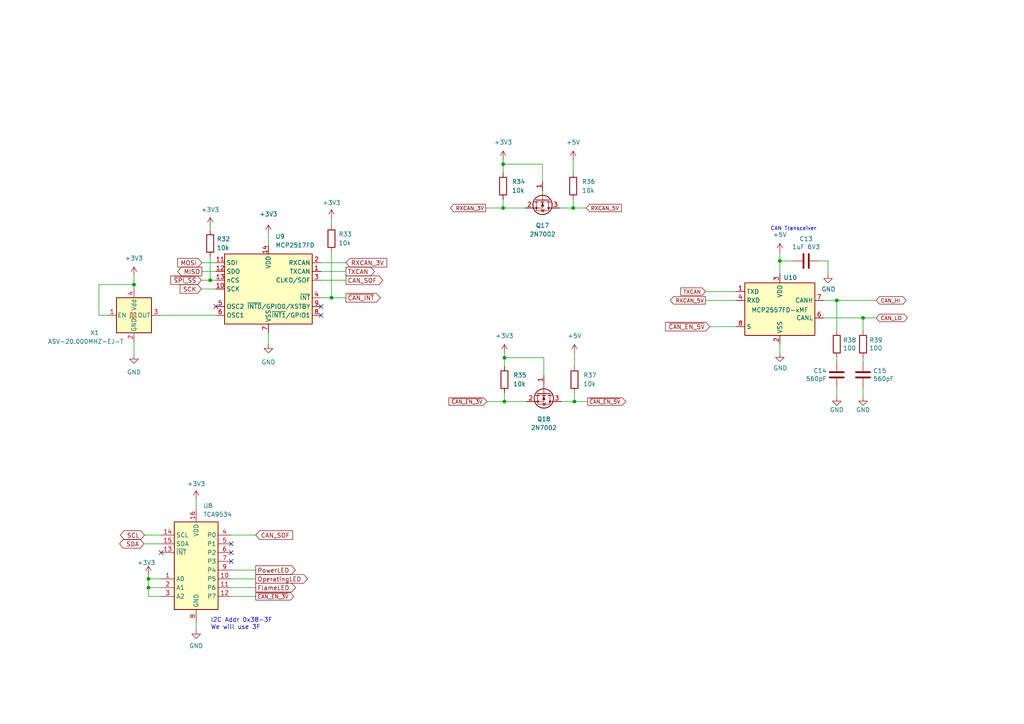
<source format=kicad_sch>
(kicad_sch (version 20211123) (generator eeschema)
  (paper "A4")
  (title_block (title "Webasto Replacement Mainboard (Thermo Top C)") (date "2023-02-23") (rev "2.0") (company "Gavin Hurlbut"))
  (lib_symbols
    (symbol "Device:C" (pin_numbers hide) (pin_names (offset 0.254))
      (property "Reference" "C" (at 0.635 2.54 0))
      (property "Value" "C" (at 0.635 -2.54 0))
      (symbol "C_0_1"
        (polyline (pts (xy -2.032 -0.762) (xy 2.032 -0.762)) (stroke (width 0.508)))
        (polyline (pts (xy -2.032 0.762) (xy 2.032 0.762)) (stroke (width 0.508)))
      )
      (symbol "C_1_1"
        (pin passive line (at 0 3.81 270) (length 2.794) (name "~") (number "1"))
        (pin passive line (at 0 -3.81 90) (length 2.794) (name "~") (number "2"))
      )
    )
    (symbol "Device:R" (pin_numbers hide) (pin_names (offset 0))
      (property "Reference" "R" (at 2.032 0 90))
      (property "Value" "R" (at 0 0 90))
      (symbol "R_0_1"
        (rectangle (start -1.016 -2.54) (end 1.016 2.54) (stroke (width 0.254)))
      )
      (symbol "R_1_1"
        (pin passive line (at 0 3.81 270) (length 1.27) (name "~") (number "1"))
        (pin passive line (at 0 -3.81 90) (length 1.27) (name "~") (number "2"))
      )
    )
    (symbol "Interface_CAN_LIN:MCP2517FD-xSL"
      (property "Reference" "U" (at -12.7 12.7 0))
      (property "Value" "MCP2517FD-xSL" (at 2.54 12.7 0))
      (symbol "MCP2517FD-xSL_0_1"
        (rectangle (start -12.7 10.16) (end 12.7 -10.16) (stroke (width 0.254)) (fill (type background)))
      )
      (symbol "MCP2517FD-xSL_1_1"
        (pin output line (at 15.24 5.08 180) (length 2.54) (name "TXCAN") (number "1"))
        (pin input line (at -15.24 0 0) (length 2.54) (name "SCK") (number "10"))
        (pin input line (at -15.24 7.62 0) (length 2.54) (name "SDI") (number "11"))
        (pin output line (at -15.24 5.08 0) (length 2.54) (name "SDO") (number "12"))
        (pin input line (at -15.24 2.54 0) (length 2.54) (name "nCS") (number "13"))
        (pin power_in line (at 0 12.7 270) (length 2.54) (name "VDD") (number "14"))
        (pin input line (at 15.24 7.62 180) (length 2.54) (name "RXCAN") (number "2"))
        (pin output line (at 15.24 2.54 180) (length 2.54) (name "CLKO/SOF") (number "3"))
        (pin output line (at 15.24 -2.54 180) (length 2.54) (name "~{INT}") (number "4"))
        (pin output line (at -15.24 -5.08 0) (length 2.54) (name "OSC2") (number "5"))
        (pin input line (at -15.24 -7.62 0) (length 2.54) (name "OSC1") (number "6"))
        (pin power_in line (at 0 -12.7 90) (length 2.54) (name "VSS") (number "7"))
        (pin bidirectional line (at 15.24 -7.62 180) (length 2.54) (name "~{INT1}/GPIO1") (number "8"))
        (pin bidirectional line (at 15.24 -5.08 180) (length 2.54) (name "~{INT0}/GPIO0/XSTBY") (number "9"))
      )
    )
    (symbol "Interface_CAN_LIN:MCP2557FD-xMF"
      (property "Reference" "U" (at -10.16 10.16 0))
      (property "Value" "MCP2557FD-xMF" (at 2.54 10.16 0))
      (symbol "MCP2557FD-xMF_0_1"
        (rectangle (start -10.16 7.62) (end 10.16 -7.62) (stroke (width 0.254)) (fill (type background)))
      )
      (symbol "MCP2557FD-xMF_1_1"
        (pin input line (at -12.7 5.08 0) (length 2.54) (name "TXD") (number "1"))
        (pin power_in line (at 0 -10.16 90) (length 2.54) (name "VSS") (number "2"))
        (pin power_in line (at 0 10.16 270) (length 2.54) (name "VDD") (number "3"))
        (pin output line (at -12.7 2.54 0) (length 2.54) (name "RXD") (number "4"))
        (pin no_connect line (at -10.16 -2.54 0) (length 2.54) hide (name "NC") (number "5"))
        (pin bidirectional line (at 12.7 -2.54 180) (length 2.54) (name "CANL") (number "6"))
        (pin bidirectional line (at 12.7 2.54 180) (length 2.54) (name "CANH") (number "7"))
        (pin input line (at -12.7 -5.08 0) (length 2.54) (name "S") (number "8"))
        (pin passive line (at 0 -10.16 90) (length 2.54) hide (name "VSS") (number "9"))
      )
    )
    (symbol "Interface_Expansion:TCA9534"
      (property "Reference" "U" (at -6.35 12.7 0))
      (property "Value" "TCA9534" (at 2.54 12.7 0))
      (symbol "TCA9534_0_1"
        (rectangle (start -6.35 -13.97) (end 6.35 11.43) (stroke (width 0.254)) (fill (type background)))
      )
      (symbol "TCA9534_1_1"
        (pin input line (at -10.16 -5.08 0) (length 3.81) (name "A0") (number "1"))
        (pin bidirectional line (at 10.16 -5.08 180) (length 3.81) (name "P5") (number "10"))
        (pin bidirectional line (at 10.16 -7.62 180) (length 3.81) (name "P6") (number "11"))
        (pin bidirectional line (at 10.16 -10.16 180) (length 3.81) (name "P7") (number "12"))
        (pin open_collector line (at -10.16 2.54 0) (length 3.81) (name "~{INT}") (number "13"))
        (pin input line (at -10.16 7.62 0) (length 3.81) (name "SCL") (number "14"))
        (pin bidirectional line (at -10.16 5.08 0) (length 3.81) (name "SDA") (number "15"))
        (pin power_in line (at 0 15.24 270) (length 3.81) (name "VDD") (number "16"))
        (pin input line (at -10.16 -7.62 0) (length 3.81) (name "A1") (number "2"))
        (pin input line (at -10.16 -10.16 0) (length 3.81) (name "A2") (number "3"))
        (pin bidirectional line (at 10.16 7.62 180) (length 3.81) (name "P0") (number "4"))
        (pin bidirectional line (at 10.16 5.08 180) (length 3.81) (name "P1") (number "5"))
        (pin bidirectional line (at 10.16 2.54 180) (length 3.81) (name "P2") (number "6"))
        (pin bidirectional line (at 10.16 0 180) (length 3.81) (name "P3") (number "7"))
        (pin power_in line (at 0 -17.78 90) (length 3.81) (name "GND") (number "8"))
        (pin bidirectional line (at 10.16 -2.54 180) (length 3.81) (name "P4") (number "9"))
      )
    )
    (symbol "Oscillator:ASV-xxxMHz" (pin_names (offset 0.254))
      (property "Reference" "X" (at -5.08 6.35 0))
      (property "Value" "ASV-xxxMHz" (at 1.27 -6.35 0))
      (symbol "ASV-xxxMHz_0_1"
        (rectangle (start -5.08 5.08) (end 5.08 -5.08) (stroke (width 0.254)) (fill (type background)))
        (polyline (pts (xy -1.27 -0.762) (xy -1.016 -0.762) (xy -1.016 0.762) (xy -0.508 0.762) (xy -0.508 -0.762) (xy 0 -0.762) (xy 0 0.762) (xy 0.508 0.762) (xy 0.508 -0.762) (xy 0.762 -0.762)))
      )
      (symbol "ASV-xxxMHz_1_1"
        (pin input line (at -7.62 0 0) (length 2.54) (name "EN") (number "1"))
        (pin power_in line (at 0 -7.62 90) (length 2.54) (name "GND") (number "2"))
        (pin output line (at 7.62 0 180) (length 2.54) (name "OUT") (number "3"))
        (pin power_in line (at 0 7.62 270) (length 2.54) (name "Vdd") (number "4"))
      )
    )
    (symbol "Transistor_FET:2N7002" (pin_names hide)
      (property "Reference" "Q" (at 5.08 1.905 0))
      (property "Value" "2N7002" (at 5.08 0 0))
      (symbol "2N7002_0_1"
        (polyline (pts (xy 0.254 0) (xy -2.54 0)))
        (polyline (pts (xy 0.254 1.905) (xy 0.254 -1.905)) (stroke (width 0.254)))
        (polyline (pts (xy 0.762 -1.27) (xy 0.762 -2.286)) (stroke (width 0.254)))
        (polyline (pts (xy 0.762 0.508) (xy 0.762 -0.508)) (stroke (width 0.254)))
        (polyline (pts (xy 0.762 2.286) (xy 0.762 1.27)) (stroke (width 0.254)))
        (polyline (pts (xy 2.54 2.54) (xy 2.54 1.778)))
        (polyline (pts (xy 2.54 -2.54) (xy 2.54 0) (xy 0.762 0)))
        (polyline (pts (xy 0.762 -1.778) (xy 3.302 -1.778) (xy 3.302 1.778) (xy 0.762 1.778)))
        (polyline (pts (xy 1.016 0) (xy 2.032 0.381) (xy 2.032 -0.381) (xy 1.016 0)) (fill (type outline)))
        (polyline (pts (xy 2.794 0.508) (xy 2.921 0.381) (xy 3.683 0.381) (xy 3.81 0.254)))
        (polyline (pts (xy 3.302 0.381) (xy 2.921 -0.254) (xy 3.683 -0.254) (xy 3.302 0.381)))
        (circle (center 1.651 0) (radius 2.794) (stroke (width 0.254)))
        (circle (center 2.54 -1.778) (radius 0.254) (fill (type outline)))
        (circle (center 2.54 1.778) (radius 0.254) (fill (type outline)))
      )
      (symbol "2N7002_1_1"
        (pin input line (at -5.08 0 0) (length 2.54) (name "G") (number "1"))
        (pin passive line (at 2.54 -5.08 90) (length 2.54) (name "S") (number "2"))
        (pin passive line (at 2.54 5.08 270) (length 2.54) (name "D") (number "3"))
      )
    )
    (symbol "power:+3V3" (power) (pin_names (offset 0))
      (property "Value" "+3V3" (at 0 3.556 0))
      (symbol "+3V3_0_1"
        (polyline (pts (xy -0.762 1.27) (xy 0 2.54)))
        (polyline (pts (xy 0 0) (xy 0 2.54)))
        (polyline (pts (xy 0 2.54) (xy 0.762 1.27)))
      )
      (symbol "+3V3_1_1"
        (pin power_in line (at 0 0 90) (length 0) hide (name "+3V3") (number "1"))
      )
    )
    (symbol "power:+5V" (power) (pin_names (offset 0))
      (property "Value" "+5V" (at 0 3.556 0))
      (symbol "+5V_0_1"
        (polyline (pts (xy -0.762 1.27) (xy 0 2.54)))
        (polyline (pts (xy 0 0) (xy 0 2.54)))
        (polyline (pts (xy 0 2.54) (xy 0.762 1.27)))
      )
      (symbol "+5V_1_1"
        (pin power_in line (at 0 0 90) (length 0) hide (name "+5V") (number "1"))
      )
    )
    (symbol "power:GND" (power) (pin_names (offset 0))
      (property "Value" "GND" (at 0 -3.81 0))
      (symbol "GND_0_1"
        (polyline (pts (xy 0 0) (xy 0 -1.27) (xy 1.27 -1.27) (xy 0 -2.54) (xy -1.27 -1.27) (xy 0 -1.27)))
      )
      (symbol "GND_1_1"
        (pin power_in line (at 0 0 270) (length 0) hide (name "GND") (number "1"))
      )
    )
  )
  (junction (at 43.053 167.894))
  (junction (at 145.923 60.325))
  (junction (at 43.053 170.434))
  (junction (at 166.243 60.325))
  (junction (at 38.862 82.55))
  (junction (at 60.96 81.28))
  (junction (at 250.317 92.202))
  (junction (at 242.697 87.122))
  (junction (at 96.139 86.36))
  (junction (at 166.624 116.459))
  (junction (at 146.304 116.459))
  (junction (at 146.304 103.759))
  (junction (at 145.923 47.625))
  (junction (at 226.187 75.692))
  (no_connect (at 93.091 88.9))
  (no_connect (at 93.091 91.44))
  (no_connect (at 67.056 162.814))
  (no_connect (at 46.736 160.274))
  (no_connect (at 67.056 160.274))
  (no_connect (at 62.611 88.9))
  (no_connect (at 67.056 157.734))
  (wire (pts (xy 250.317 92.202) (xy 250.317 96.012)))
  (wire (pts (xy 226.187 73.152) (xy 226.187 75.692)))
  (wire (pts (xy 237.617 75.692) (xy 240.157 75.692)))
  (wire (pts (xy 242.697 87.122) (xy 238.887 87.122)))
  (wire (pts (xy 46.736 167.894) (xy 43.053 167.894)))
  (wire (pts (xy 28.702 82.55) (xy 38.862 82.55)))
  (wire (pts (xy 240.157 75.692) (xy 240.157 79.502)))
  (wire (pts (xy 157.734 108.839) (xy 157.734 103.759)))
  (wire (pts (xy 250.317 112.522) (xy 250.317 115.062)))
  (wire (pts (xy 43.053 170.434) (xy 43.053 172.974)))
  (wire (pts (xy 46.736 155.194) (xy 41.91 155.194)))
  (wire (pts (xy 145.923 47.625) (xy 145.923 50.165)))
  (wire (pts (xy 250.317 103.632) (xy 250.317 104.902)))
  (wire (pts (xy 242.697 112.522) (xy 242.697 115.062)))
  (wire (pts (xy 93.091 86.36) (xy 96.139 86.36)))
  (wire (pts (xy 77.851 96.52) (xy 77.851 99.822)))
  (wire (pts (xy 242.697 103.632) (xy 242.697 104.902)))
  (wire (pts (xy 204.597 87.122) (xy 213.487 87.122)))
  (wire (pts (xy 145.923 60.325) (xy 152.273 60.325)))
  (wire (pts (xy 38.862 99.06) (xy 38.862 102.87)))
  (wire (pts (xy 166.624 102.489) (xy 166.624 106.299)))
  (wire (pts (xy 93.091 78.74) (xy 100.33 78.74)))
  (wire (pts (xy 93.091 76.2) (xy 100.33 76.2)))
  (wire (pts (xy 204.597 84.582) (xy 213.487 84.582)))
  (wire (pts (xy 38.862 82.55) (xy 38.862 80.01)))
  (wire (pts (xy 226.187 75.692) (xy 229.997 75.692)))
  (wire (pts (xy 56.896 180.594) (xy 56.896 182.626)))
  (wire (pts (xy 43.053 170.434) (xy 46.736 170.434)))
  (wire (pts (xy 157.353 52.705) (xy 157.353 47.625)))
  (wire (pts (xy 166.243 46.355) (xy 166.243 50.165)))
  (wire (pts (xy 162.814 116.459) (xy 166.624 116.459)))
  (wire (pts (xy 67.056 170.434) (xy 74.168 170.434)))
  (wire (pts (xy 166.624 116.459) (xy 170.434 116.459)))
  (wire (pts (xy 146.304 113.919) (xy 146.304 116.459)))
  (wire (pts (xy 67.056 155.194) (xy 74.168 155.194)))
  (wire (pts (xy 41.783 157.734) (xy 46.736 157.734)))
  (wire (pts (xy 145.923 46.355) (xy 145.923 47.625)))
  (wire (pts (xy 77.851 67.818) (xy 77.851 71.12)))
  (wire (pts (xy 67.056 172.974) (xy 74.168 172.974)))
  (wire (pts (xy 146.304 103.759) (xy 146.304 106.299)))
  (wire (pts (xy 60.96 74.422) (xy 60.96 81.28)))
  (wire (pts (xy 242.697 96.012) (xy 242.697 87.122)))
  (wire (pts (xy 67.056 167.894) (xy 74.168 167.894)))
  (wire (pts (xy 226.187 75.692) (xy 226.187 79.502)))
  (wire (pts (xy 157.353 47.625) (xy 145.923 47.625)))
  (wire (pts (xy 145.923 57.785) (xy 145.923 60.325)))
  (wire (pts (xy 141.224 116.459) (xy 146.304 116.459)))
  (wire (pts (xy 250.317 92.202) (xy 254.127 92.202)))
  (wire (pts (xy 96.139 73.025) (xy 96.139 86.36)))
  (wire (pts (xy 166.624 113.919) (xy 166.624 116.459)))
  (wire (pts (xy 31.242 91.44) (xy 28.702 91.44)))
  (wire (pts (xy 28.702 91.44) (xy 28.702 82.55)))
  (wire (pts (xy 146.304 116.459) (xy 152.654 116.459)))
  (wire (pts (xy 238.887 92.202) (xy 250.317 92.202)))
  (wire (pts (xy 96.139 63.373) (xy 96.139 65.405)))
  (wire (pts (xy 60.96 81.28) (xy 62.611 81.28)))
  (wire (pts (xy 46.482 91.44) (xy 62.611 91.44)))
  (wire (pts (xy 166.243 57.785) (xy 166.243 60.325)))
  (wire (pts (xy 162.433 60.325) (xy 166.243 60.325)))
  (wire (pts (xy 43.053 167.894) (xy 43.053 170.434)))
  (wire (pts (xy 67.056 165.354) (xy 74.168 165.354)))
  (wire (pts (xy 60.96 65.659) (xy 60.96 66.802)))
  (wire (pts (xy 226.187 99.822) (xy 226.187 102.362)))
  (wire (pts (xy 56.896 144.907) (xy 56.896 147.574)))
  (wire (pts (xy 43.053 166.751) (xy 43.053 167.894)))
  (wire (pts (xy 166.243 60.325) (xy 170.053 60.325)))
  (wire (pts (xy 58.42 81.28) (xy 60.96 81.28)))
  (wire (pts (xy 242.697 87.122) (xy 254.127 87.122)))
  (wire (pts (xy 43.053 172.974) (xy 46.736 172.974)))
  (wire (pts (xy 38.862 82.55) (xy 38.862 83.82)))
  (wire (pts (xy 205.867 94.742) (xy 213.487 94.742)))
  (wire (pts (xy 140.843 60.325) (xy 145.923 60.325)))
  (wire (pts (xy 58.547 78.74) (xy 62.611 78.74)))
  (wire (pts (xy 146.304 102.489) (xy 146.304 103.759)))
  (wire (pts (xy 93.091 81.28) (xy 100.33 81.28)))
  (wire (pts (xy 58.547 76.2) (xy 62.611 76.2)))
  (wire (pts (xy 157.734 103.759) (xy 146.304 103.759)))
  (wire (pts (xy 58.42 83.82) (xy 62.611 83.82)))
  (wire (pts (xy 96.139 86.36) (xy 100.33 86.36)))
  (text "I2C Addr 0x38-3F\nWe will use 3F" (at 61.087 182.753 0) (effects (font (size 1.27 1.27)) (justify left bottom)))
  (text "CAN Transceiver" (at 236.855 67.056 180) (effects (font (size 1.0922 1.0922)) (justify right bottom)))
  (global_label "~{CAN_EN_5V}" (shape output) (at 170.434 116.459 0) (effects (font (size 1.0922 1.0922))) (property "Intersheet References" "${INTERSHEET_REFS}" (effects hide)))
  (global_label "SDA" (shape bidirectional) (at 41.783 157.734 180) (property "Intersheet References" "${INTERSHEET_REFS}" (effects hide)))
  (global_label "CAN_HI" (shape bidirectional) (at 254.127 87.122 0) (effects (font (size 1.0922 1.0922))) (property "Intersheet References" "${INTERSHEET_REFS}" (effects hide)))
  (global_label "MOSI" (shape input) (at 58.547 76.2 180) (property "Intersheet References" "${INTERSHEET_REFS}" (effects hide)))
  (global_label "RXCAN_5V" (shape input) (at 170.053 60.325 0) (effects (font (size 1.0922 1.0922))) (property "Intersheet References" "${INTERSHEET_REFS}" (effects hide)))
  (global_label "~{CAN_EN_3V}" (shape output) (at 74.168 172.974 0) (effects (font (size 1.0922 1.0922))) (property "Intersheet References" "${INTERSHEET_REFS}" (effects hide)))
  (global_label "CAN_SOF" (shape input) (at 74.168 155.194 0) (property "Intersheet References" "${INTERSHEET_REFS}" (effects hide)))
  (global_label "~{CAN_INT}" (shape output) (at 100.33 86.36 0) (property "Intersheet References" "${INTERSHEET_REFS}" (effects hide)))
  (global_label "SCL" (shape bidirectional) (at 41.91 155.194 180) (property "Intersheet References" "${INTERSHEET_REFS}" (effects hide)))
  (global_label "~{CAN_EN_3V}" (shape input) (at 141.224 116.459 180) (effects (font (size 1.0922 1.0922))) (property "Intersheet References" "${INTERSHEET_REFS}" (effects hide)))
  (global_label "PowerLED" (shape output) (at 74.168 165.354 0) (property "Intersheet References" "${INTERSHEET_REFS}" (effects hide)))
  (global_label "CAN_SOF" (shape output) (at 100.33 81.28 0) (property "Intersheet References" "${INTERSHEET_REFS}" (effects hide)))
  (global_label "RXCAN_5V" (shape output) (at 204.597 87.122 180) (effects (font (size 1.0922 1.0922))) (property "Intersheet References" "${INTERSHEET_REFS}" (effects hide)))
  (global_label "OperatingLED" (shape output) (at 74.168 167.894 0) (property "Intersheet References" "${INTERSHEET_REFS}" (effects hide)))
  (global_label "FlameLED" (shape output) (at 74.168 170.434 0) (property "Intersheet References" "${INTERSHEET_REFS}" (effects hide)))
  (global_label "MISO" (shape output) (at 58.547 78.74 180) (property "Intersheet References" "${INTERSHEET_REFS}" (effects hide)))
  (global_label "TXCAN" (shape input) (at 204.597 84.582 180) (effects (font (size 1.0922 1.0922))) (property "Intersheet References" "${INTERSHEET_REFS}" (effects hide)))
  (global_label "~{SPI_SS}" (shape input) (at 58.42 81.28 180) (property "Intersheet References" "${INTERSHEET_REFS}" (effects hide)))
  (global_label "TXCAN" (shape output) (at 100.33 78.74 0) (property "Intersheet References" "${INTERSHEET_REFS}" (effects hide)))
  (global_label "RXCAN_3V" (shape input) (at 100.33 76.2 0) (property "Intersheet References" "${INTERSHEET_REFS}" (effects hide)))
  (global_label "SCK" (shape input) (at 58.42 83.82 180) (property "Intersheet References" "${INTERSHEET_REFS}" (effects hide)))
  (global_label "~{CAN_EN_5V}" (shape input) (at 205.867 94.742 180) (property "Intersheet References" "${INTERSHEET_REFS}" (effects hide)))
  (global_label "RXCAN_3V" (shape output) (at 140.843 60.325 180) (effects (font (size 1.0922 1.0922))) (property "Intersheet References" "${INTERSHEET_REFS}" (effects hide)))
  (global_label "CAN_LO" (shape bidirectional) (at 254.127 92.202 0) (effects (font (size 1.0922 1.0922))) (property "Intersheet References" "${INTERSHEET_REFS}" (effects hide)))
  (symbol (lib_id "power:+3V3") (at 96.139 63.373 0) (unit 1)
    (property "Reference" "#PWR080" (effects hide))
    (property "Value" "+3V3" (at 96.139 58.801 0))
  )
  (symbol (lib_id "power:+3V3") (at 56.896 144.907 0) (unit 1)
    (property "Reference" "#PWR075" (effects hide))
    (property "Value" "+3V3" (at 56.896 140.335 0))
  )
  (symbol (lib_id "Transistor_FET:2N7002") (at 157.353 57.785 270) (unit 1)
    (property "Reference" "Q17" (at 157.353 65.405 90))
    (property "Value" "2N7002" (at 157.353 67.945 90))
    (property "Footprint" "Package_TO_SOT_SMD:SOT-23" (effects hide))
    (property "Datasheet" "https://www.onsemi.com/pub/Collateral/NDS7002A-D.PDF" (effects hide))
  )
  (symbol (lib_id "Device:R") (at 60.96 70.612 0) (unit 1)
    (property "Reference" "R32" (at 62.865 69.3419 0) (effects (justify left)))
    (property "Value" "10k" (at 62.865 71.8819 0) (effects (justify left)))
    (property "Footprint" "Resistor_SMD:R_0805_2012Metric_Pad1.20x1.40mm_HandSolder" (effects hide))
  )
  (symbol (lib_id "power:+3V3") (at 145.923 46.355 0) (unit 1)
    (property "Reference" "#PWR081" (effects hide))
    (property "Value" "+3V3" (at 145.923 41.275 0))
  )
  (symbol (lib_id "power:+3V3") (at 43.053 166.751 0) (unit 1)
    (property "Reference" "#PWR074" (effects hide))
    (property "Value" "+3V3" (at 42.418 163.195 0))
  )
  (symbol (lib_id "Transistor_FET:2N7002") (at 157.734 113.919 270) (unit 1)
    (property "Reference" "Q18" (at 157.734 121.539 90))
    (property "Value" "2N7002" (at 157.734 124.079 90))
    (property "Footprint" "Package_TO_SOT_SMD:SOT-23" (effects hide))
    (property "Datasheet" "https://www.onsemi.com/pub/Collateral/NDS7002A-D.PDF" (effects hide))
  )
  (symbol (lib_id "Device:R") (at 146.304 110.109 0) (unit 1)
    (property "Reference" "R35" (at 148.844 108.8389 0) (effects (justify left)))
    (property "Value" "10k" (at 148.844 111.3789 0) (effects (justify left)))
    (property "Footprint" "Resistor_SMD:R_0805_2012Metric_Pad1.20x1.40mm_HandSolder" (effects hide))
  )
  (symbol (lib_id "Interface_CAN_LIN:MCP2517FD-xSL") (at 77.851 83.82 0) (unit 1)
    (property "Reference" "U9" (at 79.8704 68.58 0) (effects (justify left)))
    (property "Value" "MCP2517FD" (at 79.8704 71.12 0) (effects (justify left)))
    (property "Footprint" "Package_SO:SOIC-14_3.9x8.7mm_P1.27mm" (effects hide))
    (property "Datasheet" "https://ww1.microchip.com/downloads/en/DeviceDoc/20005688A.pdf" (effects hide))
  )
  (symbol (lib_id "power:+3V3") (at 146.304 102.489 0) (unit 1)
    (property "Reference" "#PWR082" (effects hide))
    (property "Value" "+3V3" (at 146.304 97.409 0))
  )
  (symbol (lib_id "power:GND") (at 250.317 115.062 0) (unit 1)
    (property "Reference" "#PWR089" (effects hide))
    (property "Value" "GND" (at 250.317 118.872 0))
  )
  (symbol (lib_id "power:+5V") (at 166.624 102.489 0) (unit 1)
    (property "Reference" "#PWR084" (effects hide))
    (property "Value" "+5V" (at 166.624 97.409 0))
  )
  (symbol (lib_id "power:GND") (at 242.697 115.062 0) (unit 1)
    (property "Reference" "#PWR088" (effects hide))
    (property "Value" "GND" (at 242.697 118.872 0))
  )
  (symbol (lib_id "power:GND") (at 240.157 79.502 0) (unit 1)
    (property "Reference" "#PWR087" (effects hide))
    (property "Value" "GND" (at 240.284 83.8962 0))
  )
  (symbol (lib_id "Interface_CAN_LIN:MCP2557FD-xMF") (at 226.187 89.662 0) (unit 1)
    (property "Reference" "U10" (at 229.235 80.518 0))
    (property "Value" "MCP2557FD-xMF" (at 226.187 89.916 0))
    (property "Footprint" "Package_SO:SOIC-8_3.9x4.9mm_P1.27mm" (effects hide))
    (property "Datasheet" "https://ww1.microchip.com/downloads/en/DeviceDoc/20005533A.pdf" (effects hide))
  )
  (symbol (lib_id "power:GND") (at 226.187 102.362 0) (unit 1)
    (property "Reference" "#PWR086" (effects hide))
    (property "Value" "GND" (at 226.314 106.7562 0))
  )
  (symbol (lib_id "Device:R") (at 145.923 53.975 0) (unit 1)
    (property "Reference" "R34" (at 148.463 52.7049 0) (effects (justify left)))
    (property "Value" "10k" (at 148.463 55.2449 0) (effects (justify left)))
    (property "Footprint" "Resistor_SMD:R_0805_2012Metric_Pad1.20x1.40mm_HandSolder" (effects hide))
  )
  (symbol (lib_id "Device:R") (at 166.624 110.109 0) (unit 1)
    (property "Reference" "R37" (at 169.164 108.8389 0) (effects (justify left)))
    (property "Value" "10k" (at 169.164 111.3789 0) (effects (justify left)))
    (property "Footprint" "Resistor_SMD:R_0805_2012Metric_Pad1.20x1.40mm_HandSolder" (effects hide))
  )
  (symbol (lib_id "Device:C") (at 250.317 108.712 0) (unit 1)
    (property "Reference" "C15" (at 253.238 107.5436 0) (effects (justify left)))
    (property "Value" "560pF" (at 253.238 109.855 0) (effects (justify left)))
    (property "Footprint" "Capacitor_SMD:C_0805_2012Metric_Pad1.18x1.45mm_HandSolder" (effects hide))
  )
  (symbol (lib_id "power:+5V") (at 226.187 73.152 0) (unit 1)
    (property "Reference" "#PWR085" (effects hide))
    (property "Value" "+5V" (at 226.187 68.072 0))
  )
  (symbol (lib_id "Device:R") (at 166.243 53.975 0) (unit 1)
    (property "Reference" "R36" (at 168.783 52.7049 0) (effects (justify left)))
    (property "Value" "10k" (at 168.783 55.2449 0) (effects (justify left)))
    (property "Footprint" "Resistor_SMD:R_0805_2012Metric_Pad1.20x1.40mm_HandSolder" (effects hide))
  )
  (symbol (lib_id "power:GND") (at 77.851 99.822 0) (unit 1)
    (property "Reference" "#PWR079" (effects hide))
    (property "Value" "GND" (at 77.851 105.029 0))
  )
  (symbol (lib_id "power:+3V3") (at 38.862 80.01 0) (unit 1)
    (property "Reference" "#PWR072" (effects hide))
    (property "Value" "+3V3" (at 38.862 74.93 0))
  )
  (symbol (lib_id "Device:R") (at 242.697 99.822 0) (unit 1)
    (property "Reference" "R38" (at 244.475 98.6536 0) (effects (justify left)))
    (property "Value" "100" (at 244.475 100.965 0) (effects (justify left)))
    (property "Footprint" "Resistor_SMD:R_0805_2012Metric_Pad1.20x1.40mm_HandSolder" (effects hide))
  )
  (symbol (lib_id "power:+5V") (at 166.243 46.355 0) (unit 1)
    (property "Reference" "#PWR083" (effects hide))
    (property "Value" "+5V" (at 166.243 41.275 0))
  )
  (symbol (lib_id "Device:C") (at 242.697 108.712 0) (mirror x) (unit 1)
    (property "Reference" "C14" (at 239.8014 107.5436 0) (effects (justify right)))
    (property "Value" "560pF" (at 239.8014 109.855 0) (effects (justify right)))
    (property "Footprint" "Capacitor_SMD:C_0805_2012Metric_Pad1.18x1.45mm_HandSolder" (effects hide))
  )
  (symbol (lib_id "power:GND") (at 38.862 102.87 0) (unit 1)
    (property "Reference" "#PWR073" (effects hide))
    (property "Value" "GND" (at 38.862 107.95 0))
  )
  (symbol (lib_id "power:+3V3") (at 77.851 67.818 0) (unit 1)
    (property "Reference" "#PWR078" (effects hide))
    (property "Value" "+3V3" (at 77.851 62.103 0))
  )
  (symbol (lib_id "Device:R") (at 96.139 69.215 0) (unit 1)
    (property "Reference" "R33" (at 98.171 67.9449 0) (effects (justify left)))
    (property "Value" "10k" (at 98.171 70.4849 0) (effects (justify left)))
    (property "Footprint" "Resistor_SMD:R_0805_2012Metric_Pad1.20x1.40mm_HandSolder" (effects hide))
  )
  (symbol (lib_id "Oscillator:ASV-xxxMHz") (at 38.862 91.44 0) (unit 1)
    (property "Reference" "X1" (at 27.432 96.52 0))
    (property "Value" "ASV-20.000MHZ-EJ-T" (at 24.892 99.06 0))
    (property "Footprint" "Oscillator:Oscillator_SMD_Abracon_ASV-4Pin_7.0x5.1mm" (effects hide))
    (property "Datasheet" "http://www.abracon.com/Oscillators/ASV.pdf" (effects hide))
  )
  (symbol (lib_id "power:+3V3") (at 60.96 65.659 0) (unit 1)
    (property "Reference" "#PWR077" (effects hide))
    (property "Value" "+3V3" (at 60.96 60.833 0))
  )
  (symbol (lib_id "Device:C") (at 233.807 75.692 270) (unit 1)
    (property "Reference" "C13" (at 233.807 69.2912 90))
    (property "Value" "1uF 6V3" (at 233.807 71.6026 90))
    (property "Footprint" "Capacitor_SMD:C_0805_2012Metric_Pad1.18x1.45mm_HandSolder" (effects hide))
  )
  (symbol (lib_id "Device:R") (at 250.317 99.822 0) (unit 1)
    (property "Reference" "R39" (at 252.095 98.6536 0) (effects (justify left)))
    (property "Value" "100" (at 252.095 100.965 0) (effects (justify left)))
    (property "Footprint" "Resistor_SMD:R_0805_2012Metric_Pad1.20x1.40mm_HandSolder" (effects hide))
  )
  (symbol (lib_id "power:GND") (at 56.896 182.626 0) (unit 1)
    (property "Reference" "#PWR076" (effects hide))
    (property "Value" "GND" (at 56.896 187.325 0))
  )
  (symbol (lib_id "Interface_Expansion:TCA9534") (at 56.896 162.814 0) (unit 1)
    (property "Reference" "U8" (at 58.9154 146.685 0) (effects (justify left)))
    (property "Value" "TCA9534" (at 58.9154 149.225 0) (effects (justify left)))
    (property "Footprint" "Package_SO:TSSOP-16_4.4x5mm_P0.65mm" (effects hide))
    (property "Datasheet" "http://www.ti.com/lit/ds/symlink/tca9534.pdf" (effects hide))
  )
)
</source>
